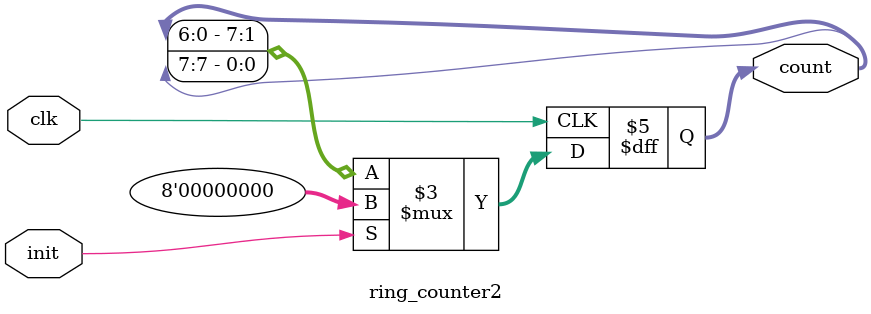
<source format=v>

module ring_counter2 (clk, init, count);
     input clk, init;
     output reg [7:0] count;
     always @ (posedge clk)
       begin
        if (init) count = 8'b100000000;
        else
          count = {count[6:0], count[7]};
       end
  endmodule
</source>
